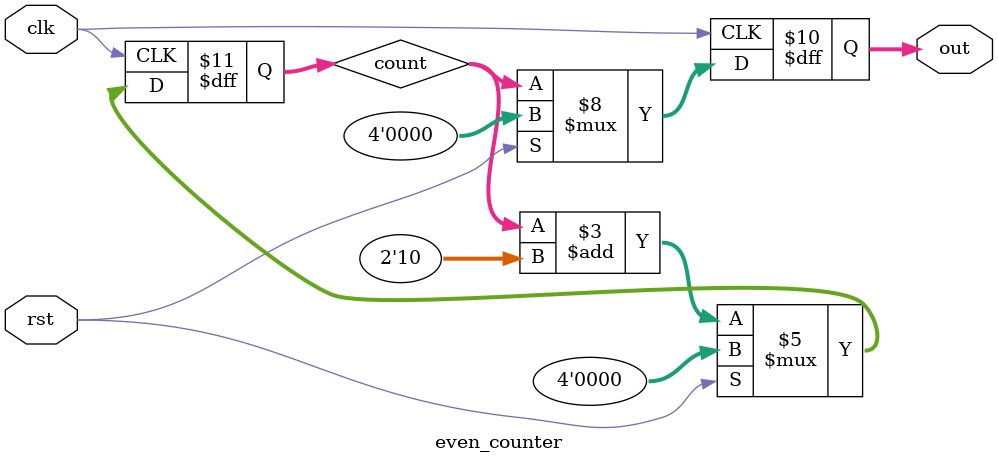
<source format=v>

module even_counter(out,rst,clk);

input wire clk,rst;
output reg [3:0]out;

reg [3:0]count;
always@(posedge clk)begin
if(rst)begin
out <= 0;
count <= 0;

end else begin
count <= count + 1'b1;
//if(count % 2 != 0)begin
//out <= count;
//end 
//if(count[0] != 1)begin
//out <= count;
//end
 count <= count + 2'd2;
 out <= count;
end
 end
endmodule

</source>
